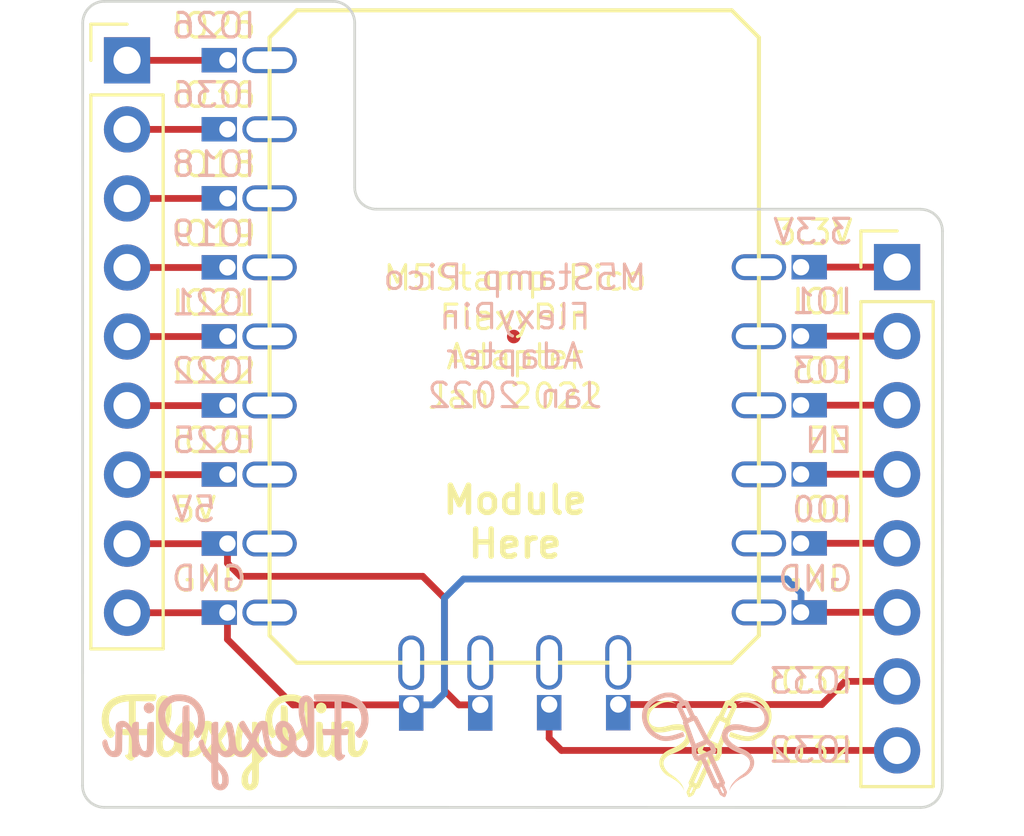
<source format=kicad_pcb>
(kicad_pcb (version 20211014) (generator pcbnew)
  (layers (0 "F.Cu" signal) (31 "B.Cu" signal) (34 "B.Paste" user) (35 "F.Paste" user) (36 "B.SilkS" user "B.Silkscreen") (37 "F.SilkS" user "F.Silkscreen") (38 "B.Mask" user) (39 "F.Mask" user) (44 "Edge.Cuts" user))
  (net 0 "")
  (net 1 "/GND")
  (net 2 "/3.3V")
  (net 3 "/IO1")
  (net 4 "/IO3")
  (net 5 "/EN")
  (net 6 "/IO0")
  (net 7 "/IO26")
  (net 8 "/IO36")
  (net 9 "/IO18")
  (net 10 "/IO19")
  (net 11 "/IO21")
  (net 12 "/IO22")
  (net 13 "/IO25")
  (net 14 "/5V")
  (net 15 "/IO32")
  (net 16 "/IO33")
  (footprint "FlexyPin:FlexyPin_1x02_P2.54mm" (layer "F.Cu") (at 141.617948 132.074038)
    (fp_text reference "J8" hide)
    (fp_text value "Conn_01x02")
    (pad "" thru_hole oval (at 1.55 0 180) (size 2 0.95) (drill oval 1.7 0.65) (layers *.Cu *.Mask))
    (pad "" thru_hole oval (at 1.55 2.54 180) (size 2 0.95) (drill oval 1.7 0.65) (layers *.Cu *.Mask))
    (pad "1" thru_hole rect (at 0 0) (size 1.3 0.9) (drill 0.6 (offset -0.3 0)) (layers *.Cu *.Mask) (net 11 "/IO21"))
    (pad "2" thru_hole rect (at 0 2.54) (size 1.3 0.9) (drill 0.6 (offset -0.3 0)) (layers *.Cu *.Mask) (net 12 "/IO22"))
  )
  (footprint "Symbols_Extra:SolderParty-New-Logo_5x4.2mm_SilkScreen" (layer "F.Cu") (at 159.460143 146.938763)
    (fp_text reference "G***" hide)
    (fp_text value "LOGO" hide)
  )
  (footprint "LOGO" (layer "F.Cu") (at 141.9 147)
    (fp_text reference "G***" hide)
    (fp_text value "LOGO" hide)
  )
  (footprint "FlexyPin:FlexyPin_1x02_P2.54mm" (layer "F.Cu") (at 162.718048 137.148538 180)
    (fp_text reference "J3" hide)
    (fp_text value "Conn_01x02")
    (pad "" thru_hole oval (at 1.55 0) (size 2 0.95) (drill oval 1.7 0.65) (layers *.Cu *.Mask))
    (pad "" thru_hole oval (at 1.55 2.54) (size 2 0.95) (drill oval 1.7 0.65) (layers *.Cu *.Mask))
    (pad "1" thru_hole rect (at 0 0 180) (size 1.3 0.9) (drill 0.6 (offset -0.3 0)) (layers *.Cu *.Mask) (net 5 "/EN"))
    (pad "2" thru_hole rect (at 0 2.54 180) (size 1.3 0.9) (drill 0.6 (offset -0.3 0)) (layers *.Cu *.Mask) (net 4 "/IO3"))
  )
  (footprint "FlexyPin:FlexyPin_1x02_P2.54mm" (layer "F.Cu") (at 153.452548 145.616438 90)
    (fp_text reference "J12" hide)
    (fp_text value "Conn_01x02")
    (pad "" thru_hole oval (at 1.55 0 270) (size 2 0.95) (drill oval 1.7 0.65) (layers *.Cu *.Mask))
    (pad "" thru_hole oval (at 1.55 2.54 270) (size 2 0.95) (drill oval 1.7 0.65) (layers *.Cu *.Mask))
    (pad "1" thru_hole rect (at 0 0 90) (size 1.3 0.9) (drill 0.6 (offset -0.3 0)) (layers *.Cu *.Mask) (net 15 "/IO32"))
    (pad "2" thru_hole rect (at 0 2.54 90) (size 1.3 0.9) (drill 0.6 (offset -0.3 0)) (layers *.Cu *.Mask) (net 16 "/IO33"))
  )
  (footprint "FlexyPin:FlexyPin_1x02_P2.54mm" (layer "F.Cu") (at 141.617948 126.994038)
    (fp_text reference "J7" hide)
    (fp_text value "Conn_01x02")
    (pad "" thru_hole oval (at 1.55 0 180) (size 2 0.95) (drill oval 1.7 0.65) (layers *.Cu *.Mask))
    (pad "" thru_hole oval (at 1.55 2.54 180) (size 2 0.95) (drill oval 1.7 0.65) (layers *.Cu *.Mask))
    (pad "1" thru_hole rect (at 0 0) (size 1.3 0.9) (drill 0.6 (offset -0.3 0)) (layers *.Cu *.Mask) (net 9 "/IO18"))
    (pad "2" thru_hole rect (at 0 2.54) (size 1.3 0.9) (drill 0.6 (offset -0.3 0)) (layers *.Cu *.Mask) (net 10 "/IO19"))
  )
  (footprint "FlexyPin:FlexyPin_1x01" (layer "F.Cu") (at 141.617948 142.234038)
    (fp_text reference "J5" hide)
    (fp_text value "Conn_01x01")
    (pad "" thru_hole oval (at 1.55 0 180) (size 2 0.95) (drill oval 1.7 0.65) (layers *.Cu *.Mask))
    (pad "1" thru_hole rect (at 0 0) (size 1.3 0.9) (drill 0.6 (offset -0.3 0)) (layers *.Cu *.Mask) (net 1 "/GND"))
  )
  (footprint "FlexyPin:FlexyPin_1x02_P2.54mm" (layer "F.Cu") (at 162.718048 142.228538 180)
    (fp_text reference "J4" hide)
    (fp_text value "Conn_01x02")
    (pad "" thru_hole oval (at 1.55 0) (size 2 0.95) (drill oval 1.7 0.65) (layers *.Cu *.Mask))
    (pad "" thru_hole oval (at 1.55 2.54) (size 2 0.95) (drill oval 1.7 0.65) (layers *.Cu *.Mask))
    (pad "1" thru_hole rect (at 0 0 180) (size 1.3 0.9) (drill 0.6 (offset -0.3 0)) (layers *.Cu *.Mask) (net 1 "/GND"))
    (pad "2" thru_hole rect (at 0 2.54 180) (size 1.3 0.9) (drill 0.6 (offset -0.3 0)) (layers *.Cu *.Mask) (net 6 "/IO0"))
  )
  (footprint "FlexyPin:FlexyPin_1x02_P2.54mm" (layer "F.Cu") (at 141.617948 121.914038)
    (fp_text reference "J6" hide)
    (fp_text value "Conn_01x02")
    (pad "" thru_hole oval (at 1.55 0 180) (size 2 0.95) (drill oval 1.7 0.65) (layers *.Cu *.Mask))
    (pad "" thru_hole oval (at 1.55 2.54 180) (size 2 0.95) (drill oval 1.7 0.65) (layers *.Cu *.Mask))
    (pad "1" thru_hole rect (at 0 0) (size 1.3 0.9) (drill 0.6 (offset -0.3 0)) (layers *.Cu *.Mask) (net 7 "/IO26"))
    (pad "2" thru_hole rect (at 0 2.54) (size 1.3 0.9) (drill 0.6 (offset -0.3 0)) (layers *.Cu *.Mask) (net 8 "/IO36"))
  )
  (footprint "Connector_PinHeader_2.54mm:PinHeader_1x09_P2.54mm_Vertical" (layer "F.Cu") (at 137.9239 121.92)
    (fp_text reference "J10" hide)
    (fp_text value "Conn_01x09")
    (pad "1" thru_hole rect locked (at 0 0) (size 1.7 1.7) (drill 1) (layers *.Cu *.Mask) (net 7 "/IO26"))
    (pad "2" thru_hole oval locked (at 0 2.54) (size 1.7 1.7) (drill 1) (layers *.Cu *.Mask) (net 8 "/IO36"))
    (pad "3" thru_hole oval locked (at 0 5.08) (size 1.7 1.7) (drill 1) (layers *.Cu *.Mask) (net 9 "/IO18"))
    (pad "4" thru_hole oval locked (at 0 7.62) (size 1.7 1.7) (drill 1) (layers *.Cu *.Mask) (net 10 "/IO19"))
    (pad "5" thru_hole oval locked (at 0 10.16) (size 1.7 1.7) (drill 1) (layers *.Cu *.Mask) (net 11 "/IO21"))
    (pad "6" thru_hole oval locked (at 0 12.7) (size 1.7 1.7) (drill 1) (layers *.Cu *.Mask) (net 12 "/IO22"))
    (pad "7" thru_hole oval locked (at 0 15.24) (size 1.7 1.7) (drill 1) (layers *.Cu *.Mask) (net 13 "/IO25"))
    (pad "8" thru_hole oval locked (at 0 17.78) (size 1.7 1.7) (drill 1) (layers *.Cu *.Mask) (net 14 "/5V"))
    (pad "9" thru_hole oval locked (at 0 20.32) (size 1.7 1.7) (drill 1) (layers *.Cu *.Mask) (net 1 "/GND"))
  )
  (footprint "FlexyPin:FlexyPin_1x02_P2.54mm" (layer "F.Cu") (at 162.718048 132.068538 180)
    (fp_text reference "J2" hide)
    (fp_text value "Conn_01x02")
    (pad "" thru_hole oval (at 1.55 0) (size 2 0.95) (drill oval 1.7 0.65) (layers *.Cu *.Mask))
    (pad "" thru_hole oval (at 1.55 2.54) (size 2 0.95) (drill oval 1.7 0.65) (layers *.Cu *.Mask))
    (pad "1" thru_hole rect (at 0 0 180) (size 1.3 0.9) (drill 0.6 (offset -0.3 0)) (layers *.Cu *.Mask) (net 3 "/IO1"))
    (pad "2" thru_hole rect (at 0 2.54 180) (size 1.3 0.9) (drill 0.6 (offset -0.3 0)) (layers *.Cu *.Mask) (net 2 "/3.3V"))
  )
  (footprint "FlexyPin:FlexyPin_1x02_P2.54mm" (layer "F.Cu") (at 148.378048 145.628538 90)
    (fp_text reference "J11" hide)
    (fp_text value "Conn_01x02")
    (pad "" thru_hole oval (at 1.55 0 270) (size 2 0.95) (drill oval 1.7 0.65) (layers *.Cu *.Mask))
    (pad "" thru_hole oval (at 1.55 2.54 270) (size 2 0.95) (drill oval 1.7 0.65) (layers *.Cu *.Mask))
    (pad "1" thru_hole rect (at 0 0 90) (size 1.3 0.9) (drill 0.6 (offset -0.3 0)) (layers *.Cu *.Mask) (net 1 "/GND"))
    (pad "2" thru_hole rect (at 0 2.54 90) (size 1.3 0.9) (drill 0.6 (offset -0.3 0)) (layers *.Cu *.Mask) (net 14 "/5V"))
  )
  (footprint "FlexyPin:FlexyPin_1x02_P2.54mm" (layer "F.Cu") (at 141.617948 137.154038)
    (fp_text reference "J9" hide)
    (fp_text value "Conn_01x02")
    (pad "" thru_hole oval (at 1.55 0 180) (size 2 0.95) (drill oval 1.7 0.65) (layers *.Cu *.Mask))
    (pad "" thru_hole oval (at 1.55 2.54 180) (size 2 0.95) (drill oval 1.7 0.65) (layers *.Cu *.Mask))
    (pad "1" thru_hole rect (at 0 0) (size 1.3 0.9) (drill 0.6 (offset -0.3 0)) (layers *.Cu *.Mask) (net 13 "/IO25"))
    (pad "2" thru_hole rect (at 0 2.54) (size 1.3 0.9) (drill 0.6 (offset -0.3 0)) (layers *.Cu *.Mask) (net 14 "/5V"))
  )
  (footprint "Fiducial:Fiducial_0.5mm_Mask1.5mm" (layer "F.Cu") (at 152.15 132.08)
    (fp_text reference "REF**" hide)
    (fp_text value "Fiducial_0.5mm_Mask1.5mm")
    (pad "" smd circle (at 0 0) (size 0.5 0.5) (layers "F.Cu") (clearance 0.5))
  )
  (footprint "Connector_PinHeader_2.54mm:PinHeader_1x08_P2.54mm_Vertical" (layer "F.Cu") (at 166.25 129.525)
    (fp_text reference "J1" hide)
    (fp_text value "Conn_01x08")
    (pad "1" thru_hole rect locked (at 0 0) (size 1.7 1.7) (drill 1) (layers *.Cu *.Mask) (net 2 "/3.3V"))
    (pad "2" thru_hole oval locked (at 0 2.54) (size 1.7 1.7) (drill 1) (layers *.Cu *.Mask) (net 3 "/IO1"))
    (pad "3" thru_hole oval locked (at 0 5.08) (size 1.7 1.7) (drill 1) (layers *.Cu *.Mask) (net 4 "/IO3"))
    (pad "4" thru_hole oval locked (at 0 7.62) (size 1.7 1.7) (drill 1) (layers *.Cu *.Mask) (net 5 "/EN"))
    (pad "5" thru_hole oval locked (at 0 10.16) (size 1.7 1.7) (drill 1) (layers *.Cu *.Mask) (net 6 "/IO0"))
    (pad "6" thru_hole oval locked (at 0 12.7) (size 1.7 1.7) (drill 1) (layers *.Cu *.Mask) (net 1 "/GND"))
    (pad "7" thru_hole oval locked (at 0 15.24) (size 1.7 1.7) (drill 1) (layers *.Cu *.Mask) (net 16 "/IO33"))
    (pad "8" thru_hole oval locked (at 0 17.78) (size 1.7 1.7) (drill 1) (layers *.Cu *.Mask) (net 15 "/IO32"))
  )
  (footprint "LOGO" (layer "B.Cu") (at 141.9 147 180)
    (fp_text reference "G***" hide)
    (fp_text value "LOGO" hide)
  )
  (footprint "Symbols_Extra:SolderParty-New-Logo_5x4.2mm_SilkScreen" (layer "B.Cu") (at 159.039857 146.938763 180)
    (fp_text reference "G***" hide)
    (fp_text value "LOGO" hide)
  )
  (gr_line (start 143.168048 143.078538) (end 143.168048 121.078538) (width 0.15) (layer "F.SilkS"))
  (gr_line (start 160.168048 144.078538) (end 144.168048 144.078538) (width 0.15) (layer "F.SilkS"))
  (gr_line (start 160.168048 120.078538) (end 161.168048 121.078538) (width 0.15) (layer "F.SilkS"))
  (gr_line (start 144.168048 144.078538) (end 143.168048 143.078538) (width 0.15) (layer "F.SilkS"))
  (gr_line (start 143.168048 121.078538) (end 144.168048 120.078538) (width 0.15) (layer "F.SilkS"))
  (gr_line (start 161.168048 121.078538) (end 161.168048 143.078538) (width 0.15) (layer "F.SilkS"))
  (gr_line (start 161.168048 143.078538) (end 160.168048 144.078538) (width 0.15) (layer "F.SilkS"))
  (gr_line (start 144.168048 120.078538) (end 160.168048 120.078538) (width 0.15) (layer "F.SilkS"))
  (gr_arc (start 145.500001 119.75) (mid 146.065686 119.984315) (end 146.300001 120.55) (width 0.1) (layer "Edge.Cuts"))
  (gr_line (start 167.92 128.2) (end 167.91305 148.6025) (width 0.1) (layer "Edge.Cuts"))
  (gr_line (start 146.299999 126.595001) (end 146.300001 120.55) (width 0.1) (layer "Edge.Cuts"))
  (gr_line (start 137.0939 119.75) (end 145.500001 119.75) (width 0.1) (layer "Edge.Cuts"))
  (gr_line (start 167.11305 149.4025) (end 137.08695 149.3975) (width 0.1) (layer "Edge.Cuts"))
  (gr_arc (start 167.12 127.4) (mid 167.685685 127.634315) (end 167.92 128.2) (width 0.1) (layer "Edge.Cuts"))
  (gr_arc (start 167.91305 148.6025) (mid 167.678735 149.168185) (end 167.11305 149.4025) (width 0.1) (layer "Edge.Cuts"))
  (gr_arc (start 136.2939 120.55) (mid 136.528215 119.984315) (end 137.0939 119.75) (width 0.1) (layer "Edge.Cuts"))
  (gr_line (start 167.12 127.395) (end 147.1 127.395) (width 0.1) (layer "Edge.Cuts"))
  (gr_arc (start 137.08695 149.3975) (mid 136.521265 149.163185) (end 136.28695 148.5975) (width 0.1) (layer "Edge.Cuts"))
  (gr_arc (start 147.099999 127.395001) (mid 146.534314 127.160686) (end 146.299999 126.595001) (width 0.1) (layer "Edge.Cuts"))
  (gr_line (start 136.28695 148.5975) (end 136.2939 120.55) (width 0.1) (layer "Edge.Cuts"))
  (gr_text "IO21" (at 139.483393 130.833322) (layer "B.SilkS") (effects (font (size 0.9 0.9) (thickness 0.12)) (justify right mirror)))
  (gr_text "IO19" (at 139.483393 128.286615) (layer "B.SilkS") (effects (font (size 0.9 0.9) (thickness 0.12)) (justify right mirror)))
  (gr_text "IO26\n" (at 139.483393 120.646495) (layer "B.SilkS") (effects (font (size 0.9 0.9) (thickness 0.12)) (justify right mirror)))
  (gr_text "IO18" (at 139.483393 125.739909) (layer "B.SilkS") (effects (font (size 0.9 0.9) (thickness 0.12)) (justify right mirror)))
  (gr_text "GND" (at 164.690722 140.98973) (layer "B.SilkS") (effects (font (size 0.9 0.9) (thickness 0.12)) (justify left mirror)))
  (gr_text "EN" (at 164.690722 135.896317) (layer "B.SilkS") (effects (font (size 0.9 0.9) (thickness 0.12)) (justify left mirror)))
  (gr_text "M5Stamp Pico\nFlexyPin\nAdapter\nJan 2022" (at 152.192032 132.072964) (layer "B.SilkS") (effects (font (size 0.9 0.9) (thickness 0.1125)) (justify mirror)))
  (gr_text "IO0" (at 164.690722 138.449504) (layer "B.SilkS") (effects (font (size 0.9 0.9) (thickness 0.12)) (justify left mirror)))
  (gr_text "GND\n" (at 139.483393 140.981267) (layer "B.SilkS") (effects (font (size 0.9 0.9) (thickness 0.12)) (justify right mirror)))
  (gr_text "IO25" (at 139.5 135.9) (layer "B.SilkS") (effects (font (size 0.9 0.9) (thickness 0.12)) (justify right mirror)))
  (gr_text "IO1" (at 164.683073 130.787465) (layer "B.SilkS") (effects (font (size 0.9 0.9) (thickness 0.12)) (justify left mirror)))
  (gr_text "IO32" (at 164.690722 147.288455) (layer "B.SilkS") (effects (font (size 0.9 0.9) (thickness 0.12)) (justify left mirror)))
  (gr_text "IO3" (at 164.683073 133.324452) (layer "B.SilkS") (effects (font (size 0.9 0.9) (thickness 0.12)) (justify left mirror)))
  (gr_text "3.3V\n" (at 164.683073 128.221318) (layer "B.SilkS") (effects (font (size 0.9 0.9) (thickness 0.12)) (justify left mirror)))
  (gr_text "IO36" (at 139.483393 123.193202) (layer "B.SilkS") (effects (font (size 0.9 0.9) (thickness 0.12)) (justify right mirror)))
  (gr_text "IO22" (at 139.483393 133.341148) (layer "B.SilkS") (effects (font (size 0.9 0.9) (thickness 0.12)) (justify right mirror)))
  (gr_text "5V" (at 139.483393 138.434561) (layer "B.SilkS") (effects (font (size 0.9 0.9) (thickness 0.12)) (justify right mirror)))
  (gr_text "IO33" (at 164.690722 144.748228) (layer "B.SilkS") (effects (font (size 0.9 0.9) (thickness 0.12)) (justify left mirror)))
  (gr_text "IO26\n" (at 139.5 120.65) (layer "F.SilkS") (effects (font (size 0.9 0.9) (thickness 0.12)) (justify left)))
  (gr_text "Module\nHere" (at 152.2 138.9) (layer "F.SilkS") (effects (font (size 1 1) (thickness 0.2) bold)))
  (gr_text "IO22" (at 139.5 133.35) (layer "F.SilkS") (effects (font (size 0.9 0.9) (thickness 0.12)) (justify left)))
  (gr_text "IO3" (at 164.7 133.35) (layer "F.SilkS") (effects (font (size 0.9 0.9) (thickness 0.12)) (justify right)))
  (gr_text "IO1" (at 164.7 130.8) (layer "F.SilkS") (effects (font (size 0.9 0.9) (thickness 0.12)) (justify right)))
  (gr_text "GND" (at 164.7 141) (layer "F.SilkS") (effects (font (size 0.9 0.9) (thickness 0.12)) (justify right)))
  (gr_text "IO32" (at 164.7 147.3) (layer "F.SilkS") (effects (font (size 0.9 0.9) (thickness 0.12)) (justify right)))
  (gr_text "3.3V\n" (at 164.7 128.25) (layer "F.SilkS") (effects (font (size 0.9 0.9) (thickness 0.12)) (justify right)))
  (gr_text "IO18" (at 139.5 125.75) (layer "F.SilkS") (effects (font (size 0.9 0.9) (thickness 0.12)) (justify left)))
  (gr_text "IO36" (at 139.5 123.2) (layer "F.SilkS") (effects (font (size 0.9 0.9) (thickness 0.12)) (justify left)))
  (gr_text "5V" (at 139.5 138.45) (layer "F.SilkS") (effects (font (size 0.9 0.9) (thickness 0.12)) (justify left)))
  (gr_text "IO21" (at 139.5 130.85) (layer "F.SilkS") (effects (font (size 0.9 0.9) (thickness 0.12)) (justify left)))
  (gr_text "M5Stamp Pico\nFlexyPin\nAdapter\nJan 2022" (at 152.2 132.1) (layer "F.SilkS") (effects (font (size 0.9 0.9) (thickness 0.1125))))
  (gr_text "IO19" (at 139.5 128.3) (layer "F.SilkS") (effects (font (size 0.9 0.9) (thickness 0.12)) (justify left)))
  (gr_text "GND\n" (at 139.5 141) (layer "F.SilkS") (effects (font (size 0.9 0.9) (thickness 0.12)) (justify left)))
  (gr_text "IO25" (at 139.5 135.9) (layer "F.SilkS") (effects (font (size 0.9 0.9) (thickness 0.12)) (justify left)))
  (gr_text "IO0" (at 164.7 138.45) (layer "F.SilkS") (effects (font (size 0.9 0.9) (thickness 0.12)) (justify right)))
  (gr_text "EN" (at 164.7 135.9) (layer "F.SilkS") (effects (font (size 0.9 0.9) (thickness 0.12)) (justify right)))
  (gr_text "IO33" (at 164.7 144.75) (layer "F.SilkS") (effects (font (size 0.9 0.9) (thickness 0.12)) (justify right)))
  (segment (start 137.9239 142.24) (end 141.611986 142.24) (width 0.25) (layer "F.Cu") (net 1))
  (segment (start 162.721586 142.225) (end 166.25 142.225) (width 0.25) (layer "F.Cu") (net 1))
  (segment (start 162.718048 142.228538) (end 162.721586 142.225) (width 0.25) (layer "F.Cu") (net 1))
  (segment (start 141.611986 142.24) (end 141.617948 142.234038) (width 0.25) (layer "F.Cu") (net 1))
  (segment (start 144.028538 145.628538) (end 148.378048 145.628538) (width 0.25) (layer "F.Cu") (net 1))
  (segment (start 141.617948 142.234038) (end 141.617948 143.217948) (width 0.25) (layer "F.Cu") (net 1))
  (segment (start 141.617948 143.217948) (end 144.028538 145.628538) (width 0.25) (layer "F.Cu") (net 1))
  (segment (start 162.718048 142.228538) (end 162.718048 141.518048) (width 0.25) (layer "B.Cu") (net 1))
  (segment (start 150.3 141) (end 149.6 141.7) (width 0.25) (layer "B.Cu") (net 1))
  (segment (start 149.6 141.7) (end 149.6 145.2) (width 0.25) (layer "B.Cu") (net 1))
  (segment (start 162.718048 141.518048) (end 162.2 141) (width 0.25) (layer "B.Cu") (net 1))
  (segment (start 162.2 141) (end 150.3 141) (width 0.25) (layer "B.Cu") (net 1))
  (segment (start 149.6 145.2) (end 149.171462 145.628538) (width 0.25) (layer "B.Cu") (net 1))
  (segment (start 149.171462 145.628538) (end 148.378048 145.628538) (width 0.25) (layer "B.Cu") (net 1))
  (segment (start 162.721586 129.525) (end 166.25 129.525) (width 0.25) (layer "F.Cu") (net 2))
  (segment (start 162.718048 129.528538) (end 162.721586 129.525) (width 0.25) (layer "F.Cu") (net 2))
  (segment (start 162.721586 132.065) (end 166.25 132.065) (width 0.25) (layer "F.Cu") (net 3))
  (segment (start 162.718048 132.068538) (end 162.721586 132.065) (width 0.25) (layer "F.Cu") (net 3))
  (segment (start 162.718048 134.608538) (end 162.721586 134.605) (width 0.25) (layer "F.Cu") (net 4))
  (segment (start 162.721586 134.605) (end 166.25 134.605) (width 0.25) (layer "F.Cu") (net 4))
  (segment (start 162.721586 137.145) (end 166.25 137.145) (width 0.25) (layer "F.Cu") (net 5))
  (segment (start 162.718048 137.148538) (end 162.721586 137.145) (width 0.25) (layer "F.Cu") (net 5))
  (segment (start 162.721586 139.685) (end 166.25 139.685) (width 0.25) (layer "F.Cu") (net 6))
  (segment (start 162.718048 139.688538) (end 162.721586 139.685) (width 0.25) (layer "F.Cu") (net 6))
  (segment (start 137.9239 121.92) (end 141.611986 121.92) (width 0.25) (layer "F.Cu") (net 7))
  (segment (start 141.611986 121.92) (end 141.617948 121.914038) (width 0.25) (layer "F.Cu") (net 7))
  (segment (start 137.9239 124.46) (end 141.611986 124.46) (width 0.25) (layer "F.Cu") (net 8))
  (segment (start 141.611986 124.46) (end 141.617948 124.454038) (width 0.25) (layer "F.Cu") (net 8))
  (segment (start 137.9239 127) (end 141.611986 127) (width 0.25) (layer "F.Cu") (net 9))
  (segment (start 141.611986 127) (end 141.617948 126.994038) (width 0.25) (layer "F.Cu") (net 9))
  (segment (start 137.9239 129.54) (end 141.611986 129.54) (width 0.25) (layer "F.Cu") (net 10))
  (segment (start 141.611986 129.54) (end 141.617948 129.534038) (width 0.25) (layer "F.Cu") (net 10))
  (segment (start 141.611986 132.08) (end 141.617948 132.074038) (width 0.25) (layer "F.Cu") (net 11))
  (segment (start 137.9239 132.08) (end 141.611986 132.08) (width 0.25) (layer "F.Cu") (net 11))
  (segment (start 141.611986 134.62) (end 141.617948 134.614038) (width 0.25) (layer "F.Cu") (net 12))
  (segment (start 137.9239 134.62) (end 141.611986 134.62) (width 0.25) (layer "F.Cu") (net 12))
  (segment (start 137.9239 137.16) (end 141.611986 137.16) (width 0.25) (layer "F.Cu") (net 13))
  (segment (start 141.611986 137.16) (end 141.617948 137.154038) (width 0.25) (layer "F.Cu") (net 13))
  (segment (start 137.9239 139.7) (end 141.611986 139.7) (width 0.25) (layer "F.Cu") (net 14))
  (segment (start 149.6 145.1) (end 149.6 141.7) (width 0.25) (layer "F.Cu") (net 14))
  (segment (start 142.1 140.9) (end 141.617948 140.417948) (width 0.25) (layer "F.Cu") (net 14))
  (segment (start 148.8 140.9) (end 142.1 140.9) (width 0.25) (layer "F.Cu") (net 14))
  (segment (start 141.617948 140.417948) (end 141.617948 139.694038) (width 0.25) (layer "F.Cu") (net 14))
  (segment (start 149.6 141.7) (end 148.8 140.9) (width 0.25) (layer "F.Cu") (net 14))
  (segment (start 150.918048 145.628538) (end 150.128538 145.628538) (width 0.25) (layer "F.Cu") (net 14))
  (segment (start 150.128538 145.628538) (end 149.6 145.1) (width 0.25) (layer "F.Cu") (net 14))
  (segment (start 141.611986 139.7) (end 141.617948 139.694038) (width 0.25) (layer "F.Cu") (net 14))
  (segment (start 153.452548 145.616438) (end 153.452548 146.852548) (width 0.25) (layer "F.Cu") (net 15))
  (segment (start 153.905 147.305) (end 166.25 147.305) (width 0.25) (layer "F.Cu") (net 15))
  (segment (start 153.452548 146.852548) (end 153.905 147.305) (width 0.25) (layer "F.Cu") (net 15))
  (segment (start 155.992548 145.616438) (end 163.483562 145.616438) (width 0.25) (layer "F.Cu") (net 16))
  (segment (start 164.335 144.765) (end 166.25 144.765) (width 0.25) (layer "F.Cu") (net 16))
  (segment (start 163.483562 145.616438) (end 164.335 144.765) (width 0.25) (layer "F.Cu") (net 16))
)
</source>
